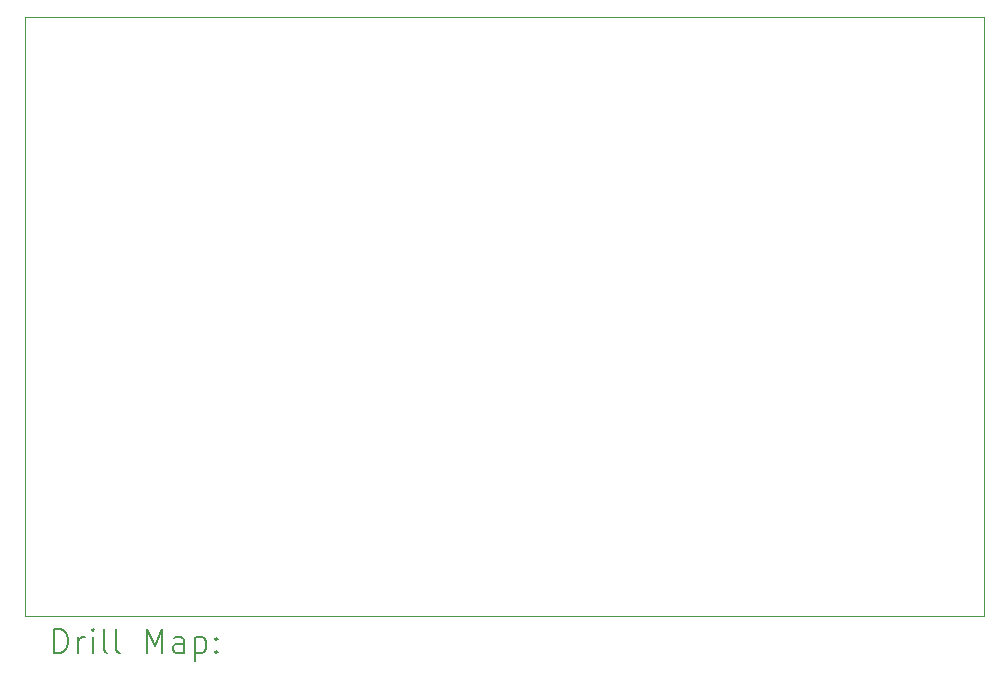
<source format=gbr>
%FSLAX45Y45*%
G04 Gerber Fmt 4.5, Leading zero omitted, Abs format (unit mm)*
G04 Created by KiCad (PCBNEW 6.0.6-3a73a75311~116~ubuntu20.04.1) date 2022-10-03 18:42:57*
%MOMM*%
%LPD*%
G01*
G04 APERTURE LIST*
%TA.AperFunction,Profile*%
%ADD10C,0.100000*%
%TD*%
%ADD11C,0.200000*%
G04 APERTURE END LIST*
D10*
X13008610Y-6588760D02*
X4888230Y-6588760D01*
X4888230Y-6588760D02*
X4888230Y-1518920D01*
X4888230Y-1518920D02*
X13008610Y-1518920D01*
X13008610Y-1518920D02*
X13008610Y-6588760D01*
D11*
X5140849Y-6904236D02*
X5140849Y-6704236D01*
X5188468Y-6704236D01*
X5217040Y-6713760D01*
X5236087Y-6732808D01*
X5245611Y-6751855D01*
X5255135Y-6789950D01*
X5255135Y-6818522D01*
X5245611Y-6856617D01*
X5236087Y-6875665D01*
X5217040Y-6894712D01*
X5188468Y-6904236D01*
X5140849Y-6904236D01*
X5340849Y-6904236D02*
X5340849Y-6770903D01*
X5340849Y-6808998D02*
X5350373Y-6789950D01*
X5359897Y-6780427D01*
X5378944Y-6770903D01*
X5397992Y-6770903D01*
X5464659Y-6904236D02*
X5464659Y-6770903D01*
X5464659Y-6704236D02*
X5455135Y-6713760D01*
X5464659Y-6723284D01*
X5474182Y-6713760D01*
X5464659Y-6704236D01*
X5464659Y-6723284D01*
X5588468Y-6904236D02*
X5569420Y-6894712D01*
X5559897Y-6875665D01*
X5559897Y-6704236D01*
X5693230Y-6904236D02*
X5674182Y-6894712D01*
X5664658Y-6875665D01*
X5664658Y-6704236D01*
X5921801Y-6904236D02*
X5921801Y-6704236D01*
X5988468Y-6847093D01*
X6055135Y-6704236D01*
X6055135Y-6904236D01*
X6236087Y-6904236D02*
X6236087Y-6799474D01*
X6226563Y-6780427D01*
X6207516Y-6770903D01*
X6169420Y-6770903D01*
X6150373Y-6780427D01*
X6236087Y-6894712D02*
X6217039Y-6904236D01*
X6169420Y-6904236D01*
X6150373Y-6894712D01*
X6140849Y-6875665D01*
X6140849Y-6856617D01*
X6150373Y-6837569D01*
X6169420Y-6828046D01*
X6217039Y-6828046D01*
X6236087Y-6818522D01*
X6331325Y-6770903D02*
X6331325Y-6970903D01*
X6331325Y-6780427D02*
X6350373Y-6770903D01*
X6388468Y-6770903D01*
X6407516Y-6780427D01*
X6417039Y-6789950D01*
X6426563Y-6808998D01*
X6426563Y-6866141D01*
X6417039Y-6885188D01*
X6407516Y-6894712D01*
X6388468Y-6904236D01*
X6350373Y-6904236D01*
X6331325Y-6894712D01*
X6512278Y-6885188D02*
X6521801Y-6894712D01*
X6512278Y-6904236D01*
X6502754Y-6894712D01*
X6512278Y-6885188D01*
X6512278Y-6904236D01*
X6512278Y-6780427D02*
X6521801Y-6789950D01*
X6512278Y-6799474D01*
X6502754Y-6789950D01*
X6512278Y-6780427D01*
X6512278Y-6799474D01*
M02*

</source>
